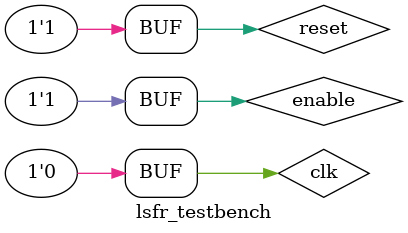
<source format=v>
`timescale 1ns / 1ps


module lsfr_testbench(

    );
    reg clk;
    reg reset;
    reg enable;
    wire [2:0] Y;
    
    lsfr LSFR(.clk(clk), .reset(reset), .enable(enable), .Y(Y));
    
    initial begin
    clk = 1'b0;
    reset = 1'b1;
    enable = 1'b0;
    end
    
    always begin
    #5 clk = 1'b1;
    #5 clk = 1'b0;
    end
    
    always begin
    #2500 enable = 1'b1;
    end
    
endmodule

</source>
